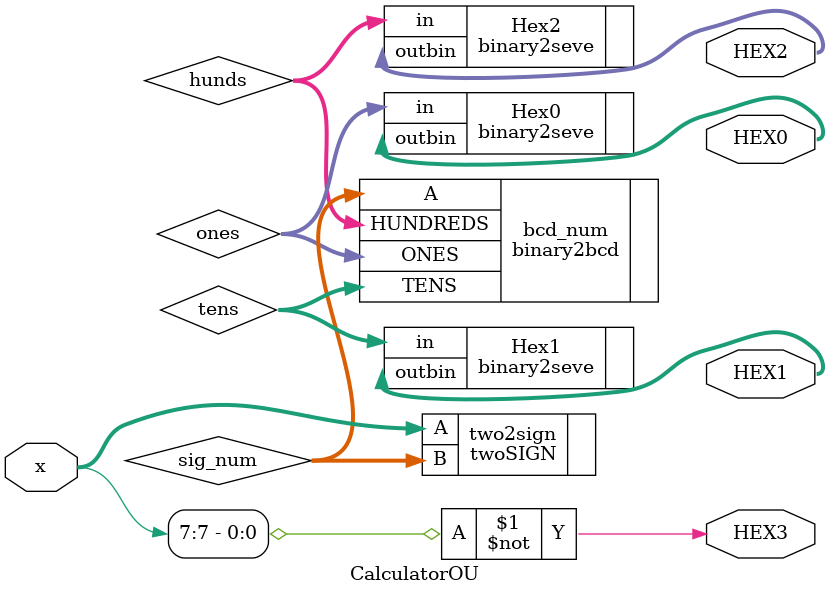
<source format=v>
module CalculatorOU
(
	input [7:0] x, 
	output HEX3,
	output [0:6] HEX2, HEX1, HEX0
);
		wire [7:0] sig_num;
	
	twoSIGN #(4'd8) two2sign
	(
		.A(x),
		.B(sig_num)
	);
	
		wire [3:0] ones, tens;
		wire [1:0] hunds;
	
	binary2bcd bcd_num 
	(
		.A(sig_num),
		.ONES(ones),
		.TENS(tens),
		.HUNDREDS(hunds)
	);
	
	binary2seve Hex0
	(
		.in(ones),
		.outbin(HEX0)
	);
	
	binary2seve Hex1
	(
		.in(tens),
		.outbin(HEX1)
	);
	
	binary2seve Hex2
	(
		.in(hunds),
		.outbin(HEX2)
	);
	
		assign HEX3 = ~x[7];
	
endmodule 
</source>
